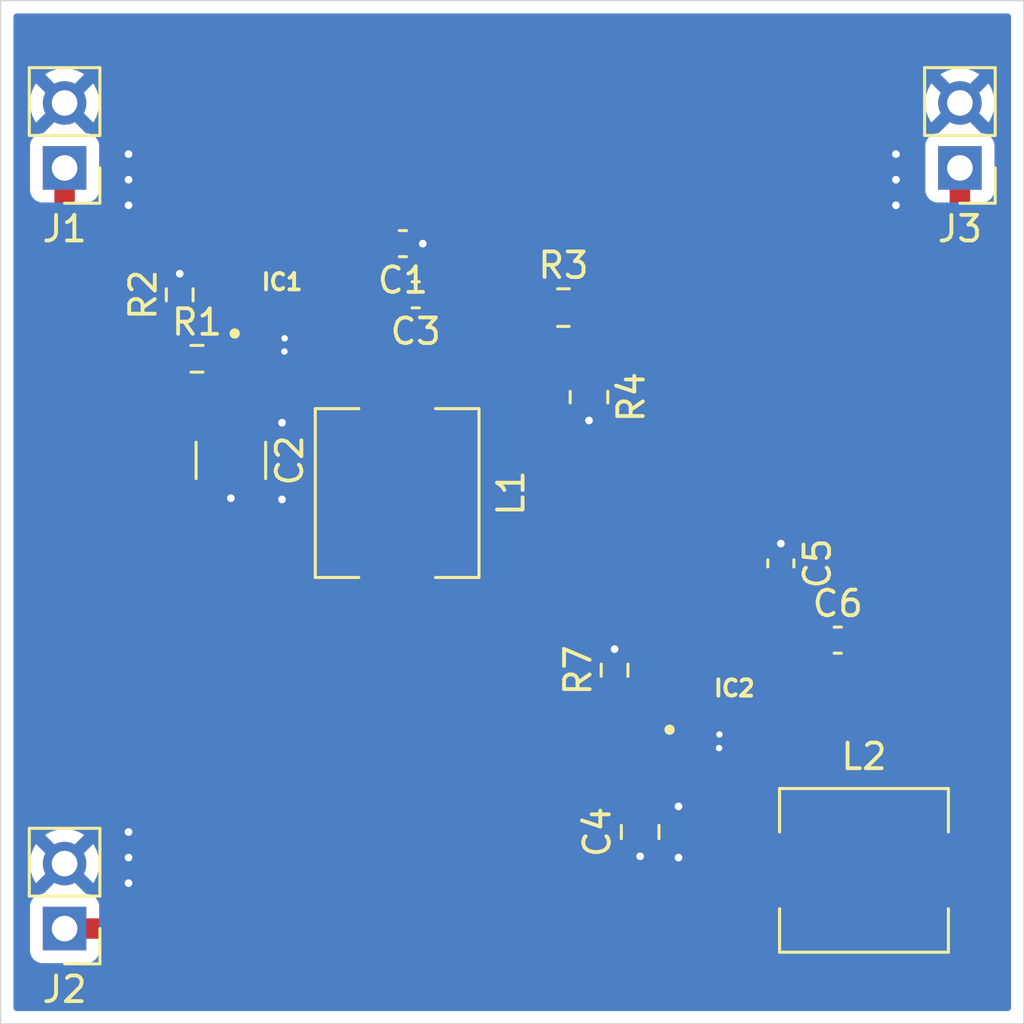
<source format=kicad_pcb>
(kicad_pcb (version 20241229) (generator "pcbnew") (generator_version "9.0")
  (layers (0 "F.Cu" signal) (2 "B.Cu" signal) (13 "F.Paste" user) (15 "B.Paste" user) (5 "F.SilkS" user "F.Silkscreen") (7 "B.SilkS" user "B.Silkscreen") (1 "F.Mask" user) (3 "B.Mask" user) (25 "Edge.Cuts" user))
  (net 0 "")
  (net 1 "Net-(IC1-VCC)")
  (net 2 "GND")
  (net 3 "Net-(IC1-VIN_1)")
  (net 4 "Net-(IC1-BOOT)")
  (net 5 "Net-(IC1-SW_1)")
  (net 6 "/12V")
  (net 7 "Net-(IC2-VCC)")
  (net 8 "Net-(IC2-BOOT)")
  (net 9 "Net-(IC2-SW_1)")
  (net 10 "Net-(IC1-RT_1)")
  (net 12 "Net-(IC1-FB_1)")
  (net 13 "Net-(IC1-EN{slash}UVLO)")
  (net 15 "/5V")
  (net 16 "Net-(IC2-RT_1)")
  (footprint "Inductor_SMD:L_6.3x6.3_H3" (layer "F.Cu") (at 150.75 88.5)
    (property "Reference" "L2" (at 0 -4.45 0) (layer "F.SilkS"))
    (property "Value" "10uH" (hide yes))
    (pad "1" smd rect (at -2.75 0) (size 1.5 2.4) (layers "F.Cu" "F.Mask" "F.Paste") (net 9 "Net-(IC2-SW_1)"))
    (pad "2" smd rect (at 2.75 0) (size 1.5 2.4) (layers "F.Cu" "F.Mask" "F.Paste") (net 15 "/5V"))
  )
  (footprint "Capacitor_SMD:C_0603_1608Metric" (layer "F.Cu") (at 149.725 79.5)
    (property "Reference" "C6" (at 0 -1.43 0) (layer "F.SilkS"))
    (property "Value" "0.1uF/50V" (hide yes))
    (pad "1" smd roundrect (at -0.775 0) (size 0.9 0.95) (layers "F.Cu" "F.Mask" "F.Paste") (net 8 "Net-(IC2-BOOT)"))
    (pad "2" smd roundrect (at 0.775 0) (size 0.9 0.95) (layers "F.Cu" "F.Mask" "F.Paste") (net 9 "Net-(IC2-SW_1)"))
  )
  (footprint "Capacitor_SMD:C_0805_2012Metric" (layer "F.Cu") (at 142 87 90)
    (property "Reference" "C4" (at 0 -1.68 90) (layer "F.SilkS"))
    (property "Value" "10uF/25V" (hide yes))
    (pad "1" smd roundrect (at -0.95 0 90) (size 1 1.45) (layers "F.Cu" "F.Mask" "F.Paste") (net 2 "GND"))
    (pad "2" smd roundrect (at 0.95 0 90) (size 1 1.45) (layers "F.Cu" "F.Mask" "F.Paste") (net 6 "/12V"))
  )
  (footprint "Resistor_SMD:R_0603_1608Metric" (layer "F.Cu") (at 141 80.675 90)
    (property "Reference" "R7" (at 0 -1.43 90) (layer "F.SilkS"))
    (property "Value" "100k" (hide yes))
    (pad "1" smd roundrect (at -0.825 0 90) (size 0.8 0.95) (layers "F.Cu" "F.Mask" "F.Paste") (net 16 "Net-(IC2-RT_1)"))
    (pad "2" smd roundrect (at 0.825 0 90) (size 0.8 0.95) (layers "F.Cu" "F.Mask" "F.Paste") (net 2 "GND"))
  )
  (footprint "Capacitor_SMD:C_1210_3225Metric" (layer "F.Cu") (at 126 72.475 -90)
    (property "Reference" "C2" (at 0 -2.3 90) (layer "F.SilkS"))
    (property "Value" "10uF/100V" (hide yes))
    (pad "1" smd roundrect (at -1.475 0 270) (size 1.15 2.7) (layers "F.Cu" "F.Mask" "F.Paste") (roundrect_rratio 0.217391) (net 3 "Net-(IC1-VIN_1)"))
    (pad "2" smd roundrect (at 1.475 0 270) (size 1.15 2.7) (layers "F.Cu" "F.Mask" "F.Paste") (roundrect_rratio 0.217391) (net 2 "GND"))
  )
  (footprint "Connector_PinHeader_2.54mm:PinHeader_1x02_P2.54mm_Vertical" (layer "F.Cu") (at 119.5 61.04 180)
    (property "Reference" "J1" (at 0 -2.38 0) (layer "F.SilkS"))
    (property "Value" "Conn_01x02" (hide yes))
    (pad "1" thru_hole rect (at 0 0 180) (size 1.7 1.7) (drill 1) (layers "*.Cu" "*.Mask") (net 3 "Net-(IC1-VIN_1)"))
    (pad "2" thru_hole circle (at 0 2.54 180) (size 1.7 1.7) (drill 1) (layers "*.Cu" "*.Mask") (net 2 "GND"))
  )
  (footprint "LMR36506R5RPER:CONV_LMR36503MSC5RPERQ1" (layer "F.Cu") (at 128.1 68.25)
    (property "Reference" "IC1" (at -0.1 -2.75 0) (layer "F.SilkS") (effects (font (size 0.64 0.64))))
    (property "Value" "LMR36506RFRPER" (hide yes))
    (pad "1" smd custom (at -0.9 -0.738) (size 0.1 0.1) (layers "F.Cu") (net 10 "Net-(IC1-RT_1)") (options (clearance outline) (anchor rect)) (primitives (gr_poly (pts (xy -0.3 -0.0625) (xy -0.3 0.063) (xy -0.3 0.065) (xy -0.3 0.068) (xy -0.299 0.07) (xy -0.299 0.073) (xy -0.298 0.075) (xy -0.298 0.078) (xy -0.297 0.08) (xy -0.296 0.083) (xy -0.295 0.085) (xy -0.293 0.088) (xy -0.292 0.09) (xy -0.29 0.092) (xy -0.289 0.094) (xy -0.287 0.096) (xy -0.285 0.098) (xy -0.283 0.1) (xy -0.281 0.101) (xy -0.279 0.103) (xy -0.277 0.104) (xy -0.275 0.106) (xy -0.273 0.107) (xy -0.27 0.108) (xy -0.268 0.109) (xy -0.265 0.11) (xy -0.263 0.111) (xy -0.26 0.111) (xy -0.258 0.112) (xy -0.255 0.112) (xy -0.253 0.112) (xy -0.25 0.113) (xy 0.4 0.113) (xy 0.403 0.112) (xy 0.405 0.112) (xy 0.408 0.112) (xy 0.41 0.111) (xy 0.413 0.111) (xy 0.415 0.11) (xy 0.418 0.109) (xy 0.42 0.108) (xy 0.423 0.107) (xy 0.425 0.106) (xy 0.427 0.104) (xy 0.429 0.103) (xy 0.431 0.101) (xy 0.433 0.1) (xy 0.435 0.098) (xy 0.437 0.096) (xy 0.439 0.094) (xy 0.44 0.092) (xy 0.442 0.09) (xy 0.443 0.088) (xy 0.445 0.085) (xy 0.446 0.083) (xy 0.447 0.08) (xy 0.448 0.078) (xy 0.448 0.075) (xy 0.449 0.073) (xy 0.449 0.07) (xy 0.45 0.068) (xy 0.45 0.065) (xy 0.45 0.063) (xy 0.45 -0.413) (xy 0.45 -0.415) (xy 0.45 -0.418) (xy 0.449 -0.42) (xy 0.449 -0.423) (xy 0.448 -0.425) (xy 0.448 -0.428) (xy 0.447 -0.43) (xy 0.446 -0.433) (xy 0.445 -0.435) (xy 0.443 -0.437) (xy 0.442 -0.44) (xy 0.44 -0.442) (xy 0.439 -0.444) (xy 0.437 -0.446) (xy 0.435 -0.448) (xy 0.433 -0.45) (xy 0.431 -0.451) (xy 0.429 -0.453) (xy 0.427 -0.454) (xy 0.425 -0.456) (xy 0.423 -0.457) (xy 0.42 -0.458) (xy 0.418 -0.459) (xy 0.415 -0.46) (xy 0.413 -0.461) (xy 0.41 -0.461) (xy 0.408 -0.462) (xy 0.405 -0.462) (xy 0.403 -0.462) (xy 0.4 -0.462) (xy 0.1 -0.462) (xy 0.097 -0.462) (xy 0.094 -0.461) (xy 0.091 -0.46) (xy 0.088 -0.459) (xy 0.085 -0.457) (xy 0.082 -0.456) (xy 0.079 -0.454) (xy 0.076 -0.452) (xy 0.073 -0.45) (xy 0.071 -0.448) (xy 0.068 -0.446) (xy 0.066 -0.443) (xy 0.064 -0.441) (xy 0.062 -0.438) (xy 0.06 -0.436) (xy 0.058 -0.433) (xy 0.056 -0.43) (xy 0.055 -0.427) (xy 0.053 -0.424) (xy 0.052 -0.421) (xy 0.051 -0.418) (xy 0.05 -0.414) (xy 0.05 -0.411) (xy 0.049 -0.408) (xy 0.049 -0.404) (xy 0.049 -0.401) (xy 0.049 -0.398) (xy 0.049 -0.394) (xy 0.049 -0.391) (xy 0.05 -0.387) (xy 0.05 -0.162) (xy 0.05 -0.16) (xy 0.05 -0.157) (xy 0.049 -0.155) (xy 0.049 -0.152) (xy 0.048 -0.15) (xy 0.048 -0.147) (xy 0.047 -0.145) (xy 0.046 -0.142) (xy 0.045 -0.14) (xy 0.043 -0.137) (xy 0.042 -0.135) (xy 0.04 -0.133) (xy 0.039 -0.131) (xy 0.037 -0.129) (xy 0.035 -0.127) (xy 0.033 -0.125) (xy 0.031 -0.124) (xy 0.029 -0.122) (xy 0.027 -0.121) (xy 0.025 -0.119) (xy 0.023 -0.118) (xy 0.02 -0.117) (xy 0.018 -0.116) (xy 0.015 -0.115) (xy 0.013 -0.114) (xy 0.01 -0.114) (xy 0.008 -0.113) (xy 0.005 -0.113) (xy 0.003 -0.113) (xy 0 -0.113) (xy -0.25 -0.113) (xy -0.253 -0.112) (xy -0.255 -0.112) (xy -0.258 -0.112) (xy -0.26 -0.111) (xy -0.263 -0.111) (xy -0.265 -0.11) (xy -0.268 -0.109) (xy -0.27 -0.108) (xy -0.273 -0.107) (xy -0.275 -0.106) (xy -0.277 -0.104) (xy -0.279 -0.103) (xy -0.281 -0.101) (xy -0.283 -0.1) (xy -0.285 -0.098) (xy -0.287 -0.096) (xy -0.289 -0.094) (xy -0.29 -0.092) (xy -0.292 -0.09) (xy -0.293 -0.088) (xy -0.295 -0.085) (xy -0.296 -0.083) (xy -0.297 -0.08) (xy -0.298 -0.078) (xy -0.298 -0.075) (xy -0.299 -0.073) (xy -0.299 -0.07) (xy -0.3 -0.068) (xy -0.3 -0.065) (xy -0.3 -0.062) (xy -0.3 -0.0625)) (width 0.01) (fill yes))))
    (pad "2" smd roundrect (at -0.9 -0.25) (size 0.6 0.25) (layers "F.Cu" "F.Paste") (roundrect_rratio 0.2))
    (pad "3" smd roundrect (at -0.9 0.25) (size 0.6 0.25) (layers "F.Cu" "F.Paste") (roundrect_rratio 0.2) (net 13 "Net-(IC1-EN{slash}UVLO)"))
    (pad "4" smd custom (at -0.9 0.738) (size 0.1 0.1) (layers "F.Cu") (net 3 "Net-(IC1-VIN_1)") (options (clearance outline) (anchor rect)) (primitives (gr_poly (pts (xy -0.25 -0.1125) (xy 0.35 -0.113) (xy 0.353 -0.112) (xy 0.355 -0.112) (xy 0.358 -0.112) (xy 0.36 -0.111) (xy 0.363 -0.111) (xy 0.365 -0.11) (xy 0.368 -0.109) (xy 0.37 -0.108) (xy 0.373 -0.107) (xy 0.375 -0.106) (xy 0.377 -0.104) (xy 0.379 -0.103) (xy 0.381 -0.101) (xy 0.383 -0.1) (xy 0.385 -0.098) (xy 0.387 -0.096) (xy 0.389 -0.094) (xy 0.39 -0.092) (xy 0.392 -0.09) (xy 0.393 -0.088) (xy 0.395 -0.085) (xy 0.396 -0.083) (xy 0.397 -0.08) (xy 0.398 -0.078) (xy 0.398 -0.075) (xy 0.399 -0.073) (xy 0.399 -0.07) (xy 0.4 -0.068) (xy 0.4 -0.065) (xy 0.4 -0.063) (xy 0.4 0.413) (xy 0.4 0.415) (xy 0.4 0.418) (xy 0.399 0.42) (xy 0.399 0.423) (xy 0.398 0.425) (xy 0.398 0.428) (xy 0.397 0.43) (xy 0.396 0.433) (xy 0.395 0.435) (xy 0.393 0.437) (xy 0.392 0.44) (xy 0.39 0.442) (xy 0.389 0.444) (xy 0.387 0.446) (xy 0.385 0.448) (xy 0.383 0.45) (xy 0.381 0.451) (xy 0.379 0.453) (xy 0.377 0.454) (xy 0.375 0.456) (xy 0.373 0.457) (xy 0.37 0.458) (xy 0.368 0.459) (xy 0.365 0.46) (xy 0.363 0.461) (xy 0.36 0.461) (xy 0.358 0.462) (xy 0.355 0.462) (xy 0.353 0.462) (xy 0.35 0.462) (xy 0.1 0.462) (xy 0.097 0.462) (xy 0.095 0.462) (xy 0.092 0.462) (xy 0.09 0.461) (xy 0.087 0.461) (xy 0.085 0.46) (xy 0.082 0.459) (xy 0.08 0.458) (xy 0.077 0.457) (xy 0.075 0.456) (xy 0.073 0.454) (xy 0.071 0.453) (xy 0.069 0.451) (xy 0.067 0.45) (xy 0.065 0.448) (xy 0.063 0.446) (xy 0.061 0.444) (xy 0.06 0.442) (xy 0.058 0.44) (xy 0.057 0.437) (xy 0.055 0.435) (xy 0.054 0.433) (xy 0.053 0.43) (xy 0.052 0.428) (xy 0.052 0.425) (xy 0.051 0.423) (xy 0.051 0.42) (xy 0.05 0.418) (xy 0.05 0.415) (xy 0.05 0.413) (xy 0.05 0.162) (xy 0.05 0.16) (xy 0.05 0.157) (xy 0.049 0.155) (xy 0.049 0.152) (xy 0.048 0.15) (xy 0.048 0.147) (xy 0.047 0.145) (xy 0.046 0.142) (xy 0.045 0.14) (xy 0.043 0.137) (xy 0.042 0.135) (xy 0.04 0.133) (xy 0.039 0.131) (xy 0.037 0.129) (xy 0.035 0.127) (xy 0.033 0.125) (xy 0.031 0.124) (xy 0.029 0.122) (xy 0.027 0.121) (xy 0.025 0.119) (xy 0.023 0.118) (xy 0.02 0.117) (xy 0.018 0.116) (xy 0.015 0.115) (xy 0.013 0.114) (xy 0.01 0.114) (xy 0.008 0.113) (xy 0.005 0.113) (xy 0.003 0.113) (xy 0 0.113) (xy -0.25 0.113) (xy -0.253 0.112) (xy -0.255 0.112) (xy -0.258 0.112) (xy -0.26 0.111) (xy -0.263 0.111) (xy -0.265 0.11) (xy -0.268 0.109) (xy -0.27 0.108) (xy -0.273 0.107) (xy -0.275 0.106) (xy -0.277 0.104) (xy -0.279 0.103) (xy -0.281 0.101) (xy -0.283 0.1) (xy -0.285 0.098) (xy -0.287 0.096) (xy -0.289 0.094) (xy -0.29 0.092) (xy -0.292 0.09) (xy -0.293 0.088) (xy -0.295 0.085) (xy -0.296 0.083) (xy -0.297 0.08) (xy -0.298 0.078) (xy -0.298 0.075) (xy -0.299 0.073) (xy -0.299 0.07) (xy -0.3 0.068) (xy -0.3 0.065) (xy -0.3 0.062) (xy -0.3 -0.063) (xy -0.3 -0.065) (xy -0.3 -0.068) (xy -0.299 -0.07) (xy -0.299 -0.073) (xy -0.298 -0.075) (xy -0.298 -0.078) (xy -0.297 -0.08) (xy -0.296 -0.083) (xy -0.295 -0.085) (xy -0.293 -0.088) (xy -0.292 -0.09) (xy -0.29 -0.092) (xy -0.289 -0.094) (xy -0.287 -0.096) (xy -0.285 -0.098) (xy -0.283 -0.1) (xy -0.281 -0.101) (xy -0.279 -0.103) (xy -0.277 -0.104) (xy -0.275 -0.106) (xy -0.273 -0.107) (xy -0.27 -0.108) (xy -0.268 -0.109) (xy -0.265 -0.11) (xy -0.263 -0.111) (xy -0.26 -0.111) (xy -0.258 -0.112) (xy -0.255 -0.112) (xy -0.253 -0.112) (xy -0.25 -0.113) (xy -0.25 -0.1125)) (width 0.01) (fill yes))))
    (pad "5" smd custom (at 0.9 0.738) (size 0.1 0.1) (layers "F.Cu") (net 5 "Net-(IC1-SW_1)") (options (clearance outline) (anchor rect)) (primitives (gr_poly (pts (xy -0.35 -0.1125) (xy 0.25 -0.113) (xy 0.253 -0.112) (xy 0.255 -0.112) (xy 0.258 -0.112) (xy 0.26 -0.111) (xy 0.263 -0.111) (xy 0.265 -0.11) (xy 0.268 -0.109) (xy 0.27 -0.108) (xy 0.273 -0.107) (xy 0.275 -0.106) (xy 0.277 -0.104) (xy 0.279 -0.103) (xy 0.281 -0.101) (xy 0.283 -0.1) (xy 0.285 -0.098) (xy 0.287 -0.096) (xy 0.289 -0.094) (xy 0.29 -0.092) (xy 0.292 -0.09) (xy 0.293 -0.088) (xy 0.295 -0.085) (xy 0.296 -0.083) (xy 0.297 -0.08) (xy 0.298 -0.078) (xy 0.298 -0.075) (xy 0.299 -0.073) (xy 0.299 -0.07) (xy 0.3 -0.068) (xy 0.3 -0.065) (xy 0.3 -0.063) (xy 0.3 0.062) (xy 0.3 0.065) (xy 0.3 0.068) (xy 0.299 0.07) (xy 0.299 0.073) (xy 0.298 0.075) (xy 0.298 0.078) (xy 0.297 0.08) (xy 0.296 0.083) (xy 0.295 0.085) (xy 0.293 0.088) (xy 0.292 0.09) (xy 0.29 0.092) (xy 0.289 0.094) (xy 0.287 0.096) (xy 0.285 0.098) (xy 0.283 0.1) (xy 0.281 0.101) (xy 0.279 0.103) (xy 0.277 0.104) (xy 0.275 0.106) (xy 0.273 0.107) (xy 0.27 0.108) (xy 0.268 0.109) (xy 0.265 0.11) (xy 0.263 0.111) (xy 0.26 0.111) (xy 0.258 0.112) (xy 0.255 0.112) (xy 0.253 0.112) (xy 0.25 0.113) (xy 0 0.113) (xy -0.003 0.113) (xy -0.005 0.113) (xy -0.008 0.113) (xy -0.01 0.114) (xy -0.013 0.114) (xy -0.015 0.115) (xy -0.018 0.116) (xy -0.02 0.117) (xy -0.023 0.118) (xy -0.025 0.119) (xy -0.027 0.121) (xy -0.029 0.122) (xy -0.031 0.124) (xy -0.033 0.125) (xy -0.035 0.127) (xy -0.037 0.129) (xy -0.039 0.131) (xy -0.04 0.133) (xy -0.042 0.135) (xy -0.043 0.137) (xy -0.045 0.14) (xy -0.046 0.142) (xy -0.047 0.145) (xy -0.048 0.147) (xy -0.048 0.15) (xy -0.049 0.152) (xy -0.049 0.155) (xy -0.05 0.157) (xy -0.05 0.16) (xy -0.05 0.162) (xy -0.05 0.413) (xy -0.05 0.415) (xy -0.05 0.418) (xy -0.051 0.42) (xy -0.051 0.423) (xy -0.052 0.425) (xy -0.052 0.428) (xy -0.053 0.43) (xy -0.054 0.433) (xy -0.055 0.435) (xy -0.057 0.437) (xy -0.058 0.44) (xy -0.06 0.442) (xy -0.061 0.444) (xy -0.063 0.446) (xy -0.065 0.448) (xy -0.067 0.45) (xy -0.069 0.451) (xy -0.071 0.453) (xy -0.073 0.454) (xy -0.075 0.456) (xy -0.077 0.457) (xy -0.08 0.458) (xy -0.082 0.459) (xy -0.085 0.46) (xy -0.087 0.461) (xy -0.09 0.461) (xy -0.092 0.462) (xy -0.095 0.462) (xy -0.097 0.462) (xy -0.1 0.462) (xy -0.35 0.462) (xy -0.353 0.462) (xy -0.355 0.462) (xy -0.358 0.462) (xy -0.36 0.461) (xy -0.363 0.461) (xy -0.365 0.46) (xy -0.368 0.459) (xy -0.37 0.458) (xy -0.373 0.457) (xy -0.375 0.456) (xy -0.377 0.454) (xy -0.379 0.453) (xy -0.381 0.451) (xy -0.383 0.45) (xy -0.385 0.448) (xy -0.387 0.446) (xy -0.389 0.444) (xy -0.39 0.442) (xy -0.392 0.44) (xy -0.393 0.437) (xy -0.395 0.435) (xy -0.396 0.433) (xy -0.397 0.43) (xy -0.398 0.428) (xy -0.398 0.425) (xy -0.399 0.423) (xy -0.399 0.42) (xy -0.4 0.418) (xy -0.4 0.415) (xy -0.4 0.413) (xy -0.4 -0.063) (xy -0.4 -0.065) (xy -0.4 -0.068) (xy -0.399 -0.07) (xy -0.399 -0.073) (xy -0.398 -0.075) (xy -0.398 -0.078) (xy -0.397 -0.08) (xy -0.396 -0.083) (xy -0.395 -0.085) (xy -0.393 -0.088) (xy -0.392 -0.09) (xy -0.39 -0.092) (xy -0.389 -0.094) (xy -0.387 -0.096) (xy -0.385 -0.098) (xy -0.383 -0.1) (xy -0.381 -0.101) (xy -0.379 -0.103) (xy -0.377 -0.104) (xy -0.375 -0.106) (xy -0.373 -0.107) (xy -0.37 -0.108) (xy -0.368 -0.109) (xy -0.365 -0.11) (xy -0.363 -0.111) (xy -0.36 -0.111) (xy -0.358 -0.112) (xy -0.355 -0.112) (xy -0.353 -0.112) (xy -0.35 -0.113) (xy -0.35 -0.1125)) (width 0.01) (fill yes))))
    (pad "6" smd roundrect (at 0.9 0.25) (size 0.6 0.25) (layers "F.Cu" "F.Paste") (roundrect_rratio 0.2) (net 4 "Net-(IC1-BOOT)"))
    (pad "7" smd roundrect (at 0.9 -0.25) (size 0.6 0.25) (layers "F.Cu" "F.Paste") (roundrect_rratio 0.2) (net 1 "Net-(IC1-VCC)"))
    (pad "8" smd custom (at 0.9 -0.738) (size 0.1 0.1) (layers "F.Cu") (net 12 "Net-(IC1-FB_1)") (options (clearance outline) (anchor rect)) (primitives (gr_poly (pts (xy -0.45 -0.4125) (xy -0.45 0.063) (xy -0.45 0.065) (xy -0.45 0.068) (xy -0.449 0.07) (xy -0.449 0.073) (xy -0.448 0.075) (xy -0.448 0.078) (xy -0.447 0.08) (xy -0.446 0.083) (xy -0.445 0.085) (xy -0.443 0.088) (xy -0.442 0.09) (xy -0.44 0.092) (xy -0.439 0.094) (xy -0.437 0.096) (xy -0.435 0.098) (xy -0.433 0.1) (xy -0.431 0.101) (xy -0.429 0.103) (xy -0.427 0.104) (xy -0.425 0.106) (xy -0.423 0.107) (xy -0.42 0.108) (xy -0.418 0.109) (xy -0.415 0.11) (xy -0.413 0.111) (xy -0.41 0.111) (xy -0.408 0.112) (xy -0.405 0.112) (xy -0.403 0.112) (xy -0.4 0.113) (xy 0.25 0.113) (xy 0.253 0.112) (xy 0.255 0.112) (xy 0.258 0.112) (xy 0.26 0.111) (xy 0.263 0.111) (xy 0.265 0.11) (xy 0.268 0.109) (xy 0.27 0.108) (xy 0.273 0.107) (xy 0.275 0.106) (xy 0.277 0.104) (xy 0.279 0.103) (xy 0.281 0.101) (xy 0.283 0.1) (xy 0.285 0.098) (xy 0.287 0.096) (xy 0.289 0.094) (xy 0.29 0.092) (xy 0.292 0.09) (xy 0.293 0.088) (xy 0.295 0.085) (xy 0.296 0.083) (xy 0.297 0.08) (xy 0.298 0.078) (xy 0.298 0.075) (xy 0.299 0.073) (xy 0.299 0.07) (xy 0.3 0.068) (xy 0.3 0.065) (xy 0.3 0.063) (xy 0.3 -0.062) (xy 0.3 -0.065) (xy 0.3 -0.068) (xy 0.299 -0.07) (xy 0.299 -0.073) (xy 0.298 -0.075) (xy 0.298 -0.078) (xy 0.297 -0.08) (xy 0.296 -0.083) (xy 0.295 -0.085) (xy 0.293 -0.088) (xy 0.292 -0.09) (xy 0.29 -0.092) (xy 0.289 -0.094) (xy 0.287 -0.096) (xy 0.285 -0.098) (xy 0.283 -0.1) (xy 0.281 -0.101) (xy 0.279 -0.103) (xy 0.277 -0.104) (xy 0.275 -0.106) (xy 0.273 -0.107) (xy 0.27 -0.108) (xy 0.268 -0.109) (xy 0.265 -0.11) (xy 0.263 -0.111) (xy 0.26 -0.111) (xy 0.258 -0.112) (xy 0.255 -0.112) (xy 0.253 -0.112) (xy 0.25 -0.113) (xy 0 -0.113) (xy -0.003 -0.113) (xy -0.005 -0.113) (xy -0.008 -0.113) (xy -0.01 -0.114) (xy -0.013 -0.114) (xy -0.015 -0.115) (xy -0.018 -0.116) (xy -0.02 -0.117) (xy -0.023 -0.118) (xy -0.025 -0.119) (xy -0.027 -0.121) (xy -0.029 -0.122) (xy -0.031 -0.124) (xy -0.033 -0.125) (xy -0.035 -0.127) (xy -0.037 -0.129) (xy -0.039 -0.131) (xy -0.04 -0.133) (xy -0.042 -0.135) (xy -0.043 -0.137) (xy -0.045 -0.14) (xy -0.046 -0.142) (xy -0.047 -0.145) (xy -0.048 -0.147) (xy -0.048 -0.15) (xy -0.049 -0.152) (xy -0.049 -0.155) (xy -0.05 -0.157) (xy -0.05 -0.16) (xy -0.05 -0.162) (xy -0.05 -0.413) (xy -0.05 -0.415) (xy -0.05 -0.418) (xy -0.051 -0.42) (xy -0.051 -0.423) (xy -0.052 -0.425) (xy -0.052 -0.428) (xy -0.053 -0.43) (xy -0.054 -0.433) (xy -0.055 -0.435) (xy -0.057 -0.437) (xy -0.058 -0.44) (xy -0.06 -0.442) (xy -0.061 -0.444) (xy -0.063 -0.446) (xy -0.065 -0.448) (xy -0.067 -0.45) (xy -0.069 -0.451) (xy -0.071 -0.453) (xy -0.073 -0.454) (xy -0.075 -0.456) (xy -0.077 -0.457) (xy -0.08 -0.458) (xy -0.082 -0.459) (xy -0.085 -0.46) (xy -0.087 -0.461) (xy -0.09 -0.461) (xy -0.092 -0.462) (xy -0.095 -0.462) (xy -0.097 -0.462) (xy -0.1 -0.462) (xy -0.4 -0.462) (xy -0.403 -0.462) (xy -0.405 -0.462) (xy -0.408 -0.462) (xy -0.41 -0.461) (xy -0.413 -0.461) (xy -0.415 -0.46) (xy -0.418 -0.459) (xy -0.42 -0.458) (xy -0.423 -0.457) (xy -0.425 -0.456) (xy -0.427 -0.454) (xy -0.429 -0.453) (xy -0.431 -0.451) (xy -0.433 -0.45) (xy -0.435 -0.448) (xy -0.437 -0.446) (xy -0.439 -0.444) (xy -0.44 -0.442) (xy -0.442 -0.44) (xy -0.443 -0.437) (xy -0.445 -0.435) (xy -0.446 -0.433) (xy -0.447 -0.43) (xy -0.448 -0.428) (xy -0.448 -0.425) (xy -0.449 -0.423) (xy -0.449 -0.42) (xy -0.45 -0.418) (xy -0.45 -0.415) (xy -0.45 -0.413) (xy -0.45 -0.4125)) (width 0.01) (fill yes))))
    (pad "9" smd roundrect (at 0 -0.55) (size 0.35 1.3) (layers "F.Cu") (roundrect_rratio 0.135) (net 2 "GND"))
  )
  (footprint "Connector_PinHeader_2.54mm:PinHeader_1x02_P2.54mm_Vertical" (layer "F.Cu") (at 154.5 61.04 180)
    (property "Reference" "J3" (at 0 -2.38 0) (layer "F.SilkS"))
    (property "Value" "Conn_01x02" (hide yes))
    (pad "1" thru_hole rect (at 0 0 180) (size 1.7 1.7) (drill 1) (layers "*.Cu" "*.Mask") (net 15 "/5V"))
    (pad "2" thru_hole circle (at 0 2.54 180) (size 1.7 1.7) (drill 1) (layers "*.Cu" "*.Mask") (net 2 "GND"))
  )
  (footprint "Capacitor_SMD:C_0603_1608Metric" (layer "F.Cu") (at 133.225 66 180)
    (property "Reference" "C3" (at 0 -1.43 0) (layer "F.SilkS"))
    (property "Value" "0.1uF/50V" (hide yes))
    (pad "1" smd roundrect (at -0.775 0 180) (size 0.9 0.95) (layers "F.Cu" "F.Mask" "F.Paste") (net 5 "Net-(IC1-SW_1)"))
    (pad "2" smd roundrect (at 0.775 0 180) (size 0.9 0.95) (layers "F.Cu" "F.Mask" "F.Paste") (net 4 "Net-(IC1-BOOT)"))
  )
  (footprint "Resistor_SMD:R_0805_2012Metric" (layer "F.Cu") (at 140 70 -90)
    (property "Reference" "R4" (at 0 -1.65 90) (layer "F.SilkS"))
    (property "Value" "10k" (hide yes))
    (pad "1" smd roundrect (at -0.9125 0 270) (size 1.025 1.4) (layers "F.Cu" "F.Mask" "F.Paste") (roundrect_rratio 0.243902) (net 12 "Net-(IC1-FB_1)"))
    (pad "2" smd roundrect (at 0.9125 0 270) (size 1.025 1.4) (layers "F.Cu" "F.Mask" "F.Paste") (roundrect_rratio 0.243902) (net 2 "GND"))
  )
  (footprint "Capacitor_SMD:C_0603_1608Metric" (layer "F.Cu") (at 147.5 76.5 -90)
    (property "Reference" "C5" (at 0 -1.43 90) (layer "F.SilkS"))
    (property "Value" "1uF/16V" (hide yes))
    (pad "1" smd roundrect (at -0.775 0 270) (size 0.9 0.95) (layers "F.Cu" "F.Mask" "F.Paste") (net 2 "GND"))
    (pad "2" smd roundrect (at 0.775 0 270) (size 0.9 0.95) (layers "F.Cu" "F.Mask" "F.Paste") (net 7 "Net-(IC2-VCC)"))
  )
  (footprint "LMR36506R5RPER:CONV_LMR36503MSC5RPERQ1" (layer "F.Cu") (at 145.1 83.738)
    (property "Reference" "IC2" (at 0.582 -2.3564 0) (layer "F.SilkS") (effects (font (size 0.64 0.64))))
    (property "Value" "LMR36506R5RPER" (hide yes))
    (pad "1" smd custom (at -0.9 -0.738) (size 0.1 0.1) (layers "F.Cu") (net 16 "Net-(IC2-RT_1)") (options (clearance outline) (anchor rect)) (primitives (gr_poly (pts (xy -0.3 -0.0625) (xy -0.3 0.063) (xy -0.3 0.065) (xy -0.3 0.068) (xy -0.299 0.07) (xy -0.299 0.073) (xy -0.298 0.075) (xy -0.298 0.078) (xy -0.297 0.08) (xy -0.296 0.083) (xy -0.295 0.085) (xy -0.293 0.088) (xy -0.292 0.09) (xy -0.29 0.092) (xy -0.289 0.094) (xy -0.287 0.096) (xy -0.285 0.098) (xy -0.283 0.1) (xy -0.281 0.101) (xy -0.279 0.103) (xy -0.277 0.104) (xy -0.275 0.106) (xy -0.273 0.107) (xy -0.27 0.108) (xy -0.268 0.109) (xy -0.265 0.11) (xy -0.263 0.111) (xy -0.26 0.111) (xy -0.258 0.112) (xy -0.255 0.112) (xy -0.253 0.112) (xy -0.25 0.113) (xy 0.4 0.113) (xy 0.403 0.112) (xy 0.405 0.112) (xy 0.408 0.112) (xy 0.41 0.111) (xy 0.413 0.111) (xy 0.415 0.11) (xy 0.418 0.109) (xy 0.42 0.108) (xy 0.423 0.107) (xy 0.425 0.106) (xy 0.427 0.104) (xy 0.429 0.103) (xy 0.431 0.101) (xy 0.433 0.1) (xy 0.435 0.098) (xy 0.437 0.096) (xy 0.439 0.094) (xy 0.44 0.092) (xy 0.442 0.09) (xy 0.443 0.088) (xy 0.445 0.085) (xy 0.446 0.083) (xy 0.447 0.08) (xy 0.448 0.078) (xy 0.448 0.075) (xy 0.449 0.073) (xy 0.449 0.07) (xy 0.45 0.068) (xy 0.45 0.065) (xy 0.45 0.063) (xy 0.45 -0.413) (xy 0.45 -0.415) (xy 0.45 -0.418) (xy 0.449 -0.42) (xy 0.449 -0.423) (xy 0.448 -0.425) (xy 0.448 -0.428) (xy 0.447 -0.43) (xy 0.446 -0.433) (xy 0.445 -0.435) (xy 0.443 -0.437) (xy 0.442 -0.44) (xy 0.44 -0.442) (xy 0.439 -0.444) (xy 0.437 -0.446) (xy 0.435 -0.448) (xy 0.433 -0.45) (xy 0.431 -0.451) (xy 0.429 -0.453) (xy 0.427 -0.454) (xy 0.425 -0.456) (xy 0.423 -0.457) (xy 0.42 -0.458) (xy 0.418 -0.459) (xy 0.415 -0.46) (xy 0.413 -0.461) (xy 0.41 -0.461) (xy 0.408 -0.462) (xy 0.405 -0.462) (xy 0.403 -0.462) (xy 0.4 -0.462) (xy 0.1 -0.462) (xy 0.097 -0.462) (xy 0.094 -0.461) (xy 0.091 -0.46) (xy 0.088 -0.459) (xy 0.085 -0.457) (xy 0.082 -0.456) (xy 0.079 -0.454) (xy 0.076 -0.452) (xy 0.073 -0.45) (xy 0.071 -0.448) (xy 0.068 -0.446) (xy 0.066 -0.443) (xy 0.064 -0.441) (xy 0.062 -0.438) (xy 0.06 -0.436) (xy 0.058 -0.433) (xy 0.056 -0.43) (xy 0.055 -0.427) (xy 0.053 -0.424) (xy 0.052 -0.421) (xy 0.051 -0.418) (xy 0.05 -0.414) (xy 0.05 -0.411) (xy 0.049 -0.408) (xy 0.049 -0.404) (xy 0.049 -0.401) (xy 0.049 -0.398) (xy 0.049 -0.394) (xy 0.049 -0.391) (xy 0.05 -0.387) (xy 0.05 -0.162) (xy 0.05 -0.16) (xy 0.05 -0.157) (xy 0.049 -0.155) (xy 0.049 -0.152) (xy 0.048 -0.15) (xy 0.048 -0.147) (xy 0.047 -0.145) (xy 0.046 -0.142) (xy 0.045 -0.14) (xy 0.043 -0.137) (xy 0.042 -0.135) (xy 0.04 -0.133) (xy 0.039 -0.131) (xy 0.037 -0.129) (xy 0.035 -0.127) (xy 0.033 -0.125) (xy 0.031 -0.124) (xy 0.029 -0.122) (xy 0.027 -0.121) (xy 0.025 -0.119) (xy 0.023 -0.118) (xy 0.02 -0.117) (xy 0.018 -0.116) (xy 0.015 -0.115) (xy 0.013 -0.114) (xy 0.01 -0.114) (xy 0.008 -0.113) (xy 0.005 -0.113) (xy 0.003 -0.113) (xy 0 -0.113) (xy -0.25 -0.113) (xy -0.253 -0.112) (xy -0.255 -0.112) (xy -0.258 -0.112) (xy -0.26 -0.111) (xy -0.263 -0.111) (xy -0.265 -0.11) (xy -0.268 -0.109) (xy -0.27 -0.108) (xy -0.273 -0.107) (xy -0.275 -0.106) (xy -0.277 -0.104) (xy -0.279 -0.103) (xy -0.281 -0.101) (xy -0.283 -0.1) (xy -0.285 -0.098) (xy -0.287 -0.096) (xy -0.289 -0.094) (xy -0.29 -0.092) (xy -0.292 -0.09) (xy -0.293 -0.088) (xy -0.295 -0.085) (xy -0.296 -0.083) (xy -0.297 -0.08) (xy -0.298 -0.078) (xy -0.298 -0.075) (xy -0.299 -0.073) (xy -0.299 -0.07) (xy -0.3 -0.068) (xy -0.3 -0.065) (xy -0.3 -0.062) (xy -0.3 -0.0625)) (width 0.01) (fill yes))))
    (pad "2" smd roundrect (at -0.9 -0.25) (size 0.6 0.25) (layers "F.Cu" "F.Paste") (roundrect_rratio 0.2))
    (pad "3" smd roundrect (at -0.9 0.25) (size 0.6 0.25) (layers "F.Cu" "F.Paste") (roundrect_rratio 0.2) (net 6 "/12V"))
    (pad "4" smd custom (at -0.9 0.738) (size 0.1 0.1) (layers "F.Cu") (net 6 "/12V") (options (clearance outline) (anchor rect)) (primitives (gr_poly (pts (xy -0.25 -0.1125) (xy 0.35 -0.113) (xy 0.353 -0.112) (xy 0.355 -0.112) (xy 0.358 -0.112) (xy 0.36 -0.111) (xy 0.363 -0.111) (xy 0.365 -0.11) (xy 0.368 -0.109) (xy 0.37 -0.108) (xy 0.373 -0.107) (xy 0.375 -0.106) (xy 0.377 -0.104) (xy 0.379 -0.103) (xy 0.381 -0.101) (xy 0.383 -0.1) (xy 0.385 -0.098) (xy 0.387 -0.096) (xy 0.389 -0.094) (xy 0.39 -0.092) (xy 0.392 -0.09) (xy 0.393 -0.088) (xy 0.395 -0.085) (xy 0.396 -0.083) (xy 0.397 -0.08) (xy 0.398 -0.078) (xy 0.398 -0.075) (xy 0.399 -0.073) (xy 0.399 -0.07) (xy 0.4 -0.068) (xy 0.4 -0.065) (xy 0.4 -0.063) (xy 0.4 0.413) (xy 0.4 0.415) (xy 0.4 0.418) (xy 0.399 0.42) (xy 0.399 0.423) (xy 0.398 0.425) (xy 0.398 0.428) (xy 0.397 0.43) (xy 0.396 0.433) (xy 0.395 0.435) (xy 0.393 0.437) (xy 0.392 0.44) (xy 0.39 0.442) (xy 0.389 0.444) (xy 0.387 0.446) (xy 0.385 0.448) (xy 0.383 0.45) (xy 0.381 0.451) (xy 0.379 0.453) (xy 0.377 0.454) (xy 0.375 0.456) (xy 0.373 0.457) (xy 0.37 0.458) (xy 0.368 0.459) (xy 0.365 0.46) (xy 0.363 0.461) (xy 0.36 0.461) (xy 0.358 0.462) (xy 0.355 0.462) (xy 0.353 0.462) (xy 0.35 0.462) (xy 0.1 0.462) (xy 0.097 0.462) (xy 0.095 0.462) (xy 0.092 0.462) (xy 0.09 0.461) (xy 0.087 0.461) (xy 0.085 0.46) (xy 0.082 0.459) (xy 0.08 0.458) (xy 0.077 0.457) (xy 0.075 0.456) (xy 0.073 0.454) (xy 0.071 0.453) (xy 0.069 0.451) (xy 0.067 0.45) (xy 0.065 0.448) (xy 0.063 0.446) (xy 0.061 0.444) (xy 0.06 0.442) (xy 0.058 0.44) (xy 0.057 0.437) (xy 0.055 0.435) (xy 0.054 0.433) (xy 0.053 0.43) (xy 0.052 0.428) (xy 0.052 0.425) (xy 0.051 0.423) (xy 0.051 0.42) (xy 0.05 0.418) (xy 0.05 0.415) (xy 0.05 0.413) (xy 0.05 0.162) (xy 0.05 0.16) (xy 0.05 0.157) (xy 0.049 0.155) (xy 0.049 0.152) (xy 0.048 0.15) (xy 0.048 0.147) (xy 0.047 0.145) (xy 0.046 0.142) (xy 0.045 0.14) (xy 0.043 0.137) (xy 0.042 0.135) (xy 0.04 0.133) (xy 0.039 0.131) (xy 0.037 0.129) (xy 0.035 0.127) (xy 0.033 0.125) (xy 0.031 0.124) (xy 0.029 0.122) (xy 0.027 0.121) (xy 0.025 0.119) (xy 0.023 0.118) (xy 0.02 0.117) (xy 0.018 0.116) (xy 0.015 0.115) (xy 0.013 0.114) (xy 0.01 0.114) (xy 0.008 0.113) (xy 0.005 0.113) (xy 0.003 0.113) (xy 0 0.113) (xy -0.25 0.113) (xy -0.253 0.112) (xy -0.255 0.112) (xy -0.258 0.112) (xy -0.26 0.111) (xy -0.263 0.111) (xy -0.265 0.11) (xy -0.268 0.109) (xy -0.27 0.108) (xy -0.273 0.107) (xy -0.275 0.106) (xy -0.277 0.104) (xy -0.279 0.103) (xy -0.281 0.101) (xy -0.283 0.1) (xy -0.285 0.098) (xy -0.287 0.096) (xy -0.289 0.094) (xy -0.29 0.092) (xy -0.292 0.09) (xy -0.293 0.088) (xy -0.295 0.085) (xy -0.296 0.083) (xy -0.297 0.08) (xy -0.298 0.078) (xy -0.298 0.075) (xy -0.299 0.073) (xy -0.299 0.07) (xy -0.3 0.068) (xy -0.3 0.065) (xy -0.3 0.062) (xy -0.3 -0.063) (xy -0.3 -0.065) (xy -0.3 -0.068) (xy -0.299 -0.07) (xy -0.299 -0.073) (xy -0.298 -0.075) (xy -0.298 -0.078) (xy -0.297 -0.08) (xy -0.296 -0.083) (xy -0.295 -0.085) (xy -0.293 -0.088) (xy -0.292 -0.09) (xy -0.29 -0.092) (xy -0.289 -0.094) (xy -0.287 -0.096) (xy -0.285 -0.098) (xy -0.283 -0.1) (xy -0.281 -0.101) (xy -0.279 -0.103) (xy -0.277 -0.104) (xy -0.275 -0.106) (xy -0.273 -0.107) (xy -0.27 -0.108) (xy -0.268 -0.109) (xy -0.265 -0.11) (xy -0.263 -0.111) (xy -0.26 -0.111) (xy -0.258 -0.112) (xy -0.255 -0.112) (xy -0.253 -0.112) (xy -0.25 -0.113) (xy -0.25 -0.1125)) (width 0.01) (fill yes))))
    (pad "5" smd custom (at 0.9 0.738) (size 0.1 0.1) (layers "F.Cu") (net 9 "Net-(IC2-SW_1)") (options (clearance outline) (anchor rect)) (primitives (gr_poly (pts (xy -0.35 -0.1125) (xy 0.25 -0.113) (xy 0.253 -0.112) (xy 0.255 -0.112) (xy 0.258 -0.112) (xy 0.26 -0.111) (xy 0.263 -0.111) (xy 0.265 -0.11) (xy 0.268 -0.109) (xy 0.27 -0.108) (xy 0.273 -0.107) (xy 0.275 -0.106) (xy 0.277 -0.104) (xy 0.279 -0.103) (xy 0.281 -0.101) (xy 0.283 -0.1) (xy 0.285 -0.098) (xy 0.287 -0.096) (xy 0.289 -0.094) (xy 0.29 -0.092) (xy 0.292 -0.09) (xy 0.293 -0.088) (xy 0.295 -0.085) (xy 0.296 -0.083) (xy 0.297 -0.08) (xy 0.298 -0.078) (xy 0.298 -0.075) (xy 0.299 -0.073) (xy 0.299 -0.07) (xy 0.3 -0.068) (xy 0.3 -0.065) (xy 0.3 -0.063) (xy 0.3 0.062) (xy 0.3 0.065) (xy 0.3 0.068) (xy 0.299 0.07) (xy 0.299 0.073) (xy 0.298 0.075) (xy 0.298 0.078) (xy 0.297 0.08) (xy 0.296 0.083) (xy 0.295 0.085) (xy 0.293 0.088) (xy 0.292 0.09) (xy 0.29 0.092) (xy 0.289 0.094) (xy 0.287 0.096) (xy 0.285 0.098) (xy 0.283 0.1) (xy 0.281 0.101) (xy 0.279 0.103) (xy 0.277 0.104) (xy 0.275 0.106) (xy 0.273 0.107) (xy 0.27 0.108) (xy 0.268 0.109) (xy 0.265 0.11) (xy 0.263 0.111) (xy 0.26 0.111) (xy 0.258 0.112) (xy 0.255 0.112) (xy 0.253 0.112) (xy 0.25 0.113) (xy 0 0.113) (xy -0.003 0.113) (xy -0.005 0.113) (xy -0.008 0.113) (xy -0.01 0.114) (xy -0.013 0.114) (xy -0.015 0.115) (xy -0.018 0.116) (xy -0.02 0.117) (xy -0.023 0.118) (xy -0.025 0.119) (xy -0.027 0.121) (xy -0.029 0.122) (xy -0.031 0.124) (xy -0.033 0.125) (xy -0.035 0.127) (xy -0.037 0.129) (xy -0.039 0.131) (xy -0.04 0.133) (xy -0.042 0.135) (xy -0.043 0.137) (xy -0.045 0.14) (xy -0.046 0.142) (xy -0.047 0.145) (xy -0.048 0.147) (xy -0.048 0.15) (xy -0.049 0.152) (xy -0.049 0.155) (xy -0.05 0.157) (xy -0.05 0.16) (xy -0.05 0.162) (xy -0.05 0.413) (xy -0.05 0.415) (xy -0.05 0.418) (xy -0.051 0.42) (xy -0.051 0.423) (xy -0.052 0.425) (xy -0.052 0.428) (xy -0.053 0.43) (xy -0.054 0.433) (xy -0.055 0.435) (xy -0.057 0.437) (xy -0.058 0.44) (xy -0.06 0.442) (xy -0.061 0.444) (xy -0.063 0.446) (xy -0.065 0.448) (xy -0.067 0.45) (xy -0.069 0.451) (xy -0.071 0.453) (xy -0.073 0.454) (xy -0.075 0.456) (xy -0.077 0.457) (xy -0.08 0.458) (xy -0.082 0.459) (xy -0.085 0.46) (xy -0.087 0.461) (xy -0.09 0.461) (xy -0.092 0.462) (xy -0.095 0.462) (xy -0.097 0.462) (xy -0.1 0.462) (xy -0.35 0.462) (xy -0.353 0.462) (xy -0.355 0.462) (xy -0.358 0.462) (xy -0.36 0.461) (xy -0.363 0.461) (xy -0.365 0.46) (xy -0.368 0.459) (xy -0.37 0.458) (xy -0.373 0.457) (xy -0.375 0.456) (xy -0.377 0.454) (xy -0.379 0.453) (xy -0.381 0.451) (xy -0.383 0.45) (xy -0.385 0.448) (xy -0.387 0.446) (xy -0.389 0.444) (xy -0.39 0.442) (xy -0.392 0.44) (xy -0.393 0.437) (xy -0.395 0.435) (xy -0.396 0.433) (xy -0.397 0.43) (xy -0.398 0.428) (xy -0.398 0.425) (xy -0.399 0.423) (xy -0.399 0.42) (xy -0.4 0.418) (xy -0.4 0.415) (xy -0.4 0.413) (xy -0.4 -0.063) (xy -0.4 -0.065) (xy -0.4 -0.068) (xy -0.399 -0.07) (xy -0.399 -0.073) (xy -0.398 -0.075) (xy -0.398 -0.078) (xy -0.397 -0.08) (xy -0.396 -0.083) (xy -0.395 -0.085) (xy -0.393 -0.088) (xy -0.392 -0.09) (xy -0.39 -0.092) (xy -0.389 -0.094) (xy -0.387 -0.096) (xy -0.385 -0.098) (xy -0.383 -0.1) (xy -0.381 -0.101) (xy -0.379 -0.103) (xy -0.377 -0.104) (xy -0.375 -0.106) (xy -0.373 -0.107) (xy -0.37 -0.108) (xy -0.368 -0.109) (xy -0.365 -0.11) (xy -0.363 -0.111) (xy -0.36 -0.111) (xy -0.358 -0.112) (xy -0.355 -0.112) (xy -0.353 -0.112) (xy -0.35 -0.113) (xy -0.35 -0.1125)) (width 0.01) (fill yes))))
    (pad "6" smd roundrect (at 0.9 0.25) (size 0.6 0.25) (layers "F.Cu" "F.Paste") (roundrect_rratio 0.2) (net 8 "Net-(IC2-BOOT)"))
    (pad "7" smd roundrect (at 0.9 -0.25) (size 0.6 0.25) (layers "F.Cu" "F.Paste") (roundrect_rratio 0.2) (net 7 "Net-(IC2-VCC)"))
    (pad "8" smd custom (at 0.9 -0.738) (size 0.1 0.1) (layers "F.Cu") (net 15 "/5V") (options (clearance outline) (anchor rect)) (primitives (gr_poly (pts (xy -0.45 -0.4125) (xy -0.45 0.063) (xy -0.45 0.065) (xy -0.45 0.068) (xy -0.449 0.07) (xy -0.449 0.073) (xy -0.448 0.075) (xy -0.448 0.078) (xy -0.447 0.08) (xy -0.446 0.083) (xy -0.445 0.085) (xy -0.443 0.088) (xy -0.442 0.09) (xy -0.44 0.092) (xy -0.439 0.094) (xy -0.437 0.096) (xy -0.435 0.098) (xy -0.433 0.1) (xy -0.431 0.101) (xy -0.429 0.103) (xy -0.427 0.104) (xy -0.425 0.106) (xy -0.423 0.107) (xy -0.42 0.108) (xy -0.418 0.109) (xy -0.415 0.11) (xy -0.413 0.111) (xy -0.41 0.111) (xy -0.408 0.112) (xy -0.405 0.112) (xy -0.403 0.112) (xy -0.4 0.113) (xy 0.25 0.113) (xy 0.253 0.112) (xy 0.255 0.112) (xy 0.258 0.112) (xy 0.26 0.111) (xy 0.263 0.111) (xy 0.265 0.11) (xy 0.268 0.109) (xy 0.27 0.108) (xy 0.273 0.107) (xy 0.275 0.106) (xy 0.277 0.104) (xy 0.279 0.103) (xy 0.281 0.101) (xy 0.283 0.1) (xy 0.285 0.098) (xy 0.287 0.096) (xy 0.289 0.094) (xy 0.29 0.092) (xy 0.292 0.09) (xy 0.293 0.088) (xy 0.295 0.085) (xy 0.296 0.083) (xy 0.297 0.08) (xy 0.298 0.078) (xy 0.298 0.075) (xy 0.299 0.073) (xy 0.299 0.07) (xy 0.3 0.068) (xy 0.3 0.065) (xy 0.3 0.063) (xy 0.3 -0.062) (xy 0.3 -0.065) (xy 0.3 -0.068) (xy 0.299 -0.07) (xy 0.299 -0.073) (xy 0.298 -0.075) (xy 0.298 -0.078) (xy 0.297 -0.08) (xy 0.296 -0.083) (xy 0.295 -0.085) (xy 0.293 -0.088) (xy 0.292 -0.09) (xy 0.29 -0.092) (xy 0.289 -0.094) (xy 0.287 -0.096) (xy 0.285 -0.098) (xy 0.283 -0.1) (xy 0.281 -0.101) (xy 0.279 -0.103) (xy 0.277 -0.104) (xy 0.275 -0.106) (xy 0.273 -0.107) (xy 0.27 -0.108) (xy 0.268 -0.109) (xy 0.265 -0.11) (xy 0.263 -0.111) (xy 0.26 -0.111) (xy 0.258 -0.112) (xy 0.255 -0.112) (xy 0.253 -0.112) (xy 0.25 -0.113) (xy 0 -0.113) (xy -0.003 -0.113) (xy -0.005 -0.113) (xy -0.008 -0.113) (xy -0.01 -0.114) (xy -0.013 -0.114) (xy -0.015 -0.115) (xy -0.018 -0.116) (xy -0.02 -0.117) (xy -0.023 -0.118) (xy -0.025 -0.119) (xy -0.027 -0.121) (xy -0.029 -0.122) (xy -0.031 -0.124) (xy -0.033 -0.125) (xy -0.035 -0.127) (xy -0.037 -0.129) (xy -0.039 -0.131) (xy -0.04 -0.133) (xy -0.042 -0.135) (xy -0.043 -0.137) (xy -0.045 -0.14) (xy -0.046 -0.142) (xy -0.047 -0.145) (xy -0.048 -0.147) (xy -0.048 -0.15) (xy -0.049 -0.152) (xy -0.049 -0.155) (xy -0.05 -0.157) (xy -0.05 -0.16) (xy -0.05 -0.162) (xy -0.05 -0.413) (xy -0.05 -0.415) (xy -0.05 -0.418) (xy -0.051 -0.42) (xy -0.051 -0.423) (xy -0.052 -0.425) (xy -0.052 -0.428) (xy -0.053 -0.43) (xy -0.054 -0.433) (xy -0.055 -0.435) (xy -0.057 -0.437) (xy -0.058 -0.44) (xy -0.06 -0.442) (xy -0.061 -0.444) (xy -0.063 -0.446) (xy -0.065 -0.448) (xy -0.067 -0.45) (xy -0.069 -0.451) (xy -0.071 -0.453) (xy -0.073 -0.454) (xy -0.075 -0.456) (xy -0.077 -0.457) (xy -0.08 -0.458) (xy -0.082 -0.459) (xy -0.085 -0.46) (xy -0.087 -0.461) (xy -0.09 -0.461) (xy -0.092 -0.462) (xy -0.095 -0.462) (xy -0.097 -0.462) (xy -0.1 -0.462) (xy -0.4 -0.462) (xy -0.403 -0.462) (xy -0.405 -0.462) (xy -0.408 -0.462) (xy -0.41 -0.461) (xy -0.413 -0.461) (xy -0.415 -0.46) (xy -0.418 -0.459) (xy -0.42 -0.458) (xy -0.423 -0.457) (xy -0.425 -0.456) (xy -0.427 -0.454) (xy -0.429 -0.453) (xy -0.431 -0.451) (xy -0.433 -0.45) (xy -0.435 -0.448) (xy -0.437 -0.446) (xy -0.439 -0.444) (xy -0.44 -0.442) (xy -0.442 -0.44) (xy -0.443 -0.437) (xy -0.445 -0.435) (xy -0.446 -0.433) (xy -0.447 -0.43) (xy -0.448 -0.428) (xy -0.448 -0.425) (xy -0.449 -0.423) (xy -0.449 -0.42) (xy -0.45 -0.418) (xy -0.45 -0.415) (xy -0.45 -0.413) (xy -0.45 -0.4125)) (width 0.01) (fill yes))))
    (pad "9" smd roundrect (at 0 -0.55) (size 0.35 1.3) (layers "F.Cu") (roundrect_rratio 0.135) (net 2 "GND"))
  )
  (footprint "Inductor_SMD:L_6.3x6.3_H3" (layer "F.Cu") (at 132.5 73.75 -90)
    (property "Reference" "L1" (at 0 -4.45 90) (layer "F.SilkS"))
    (property "Value" "15uH" (hide yes))
    (pad "1" smd rect (at -2.75 0 270) (size 1.5 2.4) (layers "F.Cu" "F.Mask" "F.Paste") (net 5 "Net-(IC1-SW_1)"))
    (pad "2" smd rect (at 2.75 0 270) (size 1.5 2.4) (layers "F.Cu" "F.Mask" "F.Paste") (net 6 "/12V"))
  )
  (footprint "Resistor_SMD:R_0603_1608Metric" (layer "F.Cu") (at 124 66 90)
    (property "Reference" "R2" (at 0 -1.43 90) (layer "F.SilkS"))
    (property "Value" "100k" (hide yes))
    (pad "1" smd roundrect (at -0.825 0 90) (size 0.8 0.95) (layers "F.Cu" "F.Mask" "F.Paste") (net 10 "Net-(IC1-RT_1)"))
    (pad "2" smd roundrect (at 0.825 0 90) (size 0.8 0.95) (layers "F.Cu" "F.Mask" "F.Paste") (net 2 "GND"))
  )
  (footprint "Resistor_SMD:R_0805_2012Metric" (layer "F.Cu") (at 139 66.5)
    (property "Reference" "R3" (at 0 -1.65 0) (layer "F.SilkS"))
    (property "Value" "110k" (hide yes))
    (pad "1" smd roundrect (at -0.9125 0) (size 1.025 1.4) (layers "F.Cu" "F.Mask" "F.Paste") (roundrect_rratio 0.243902) (net 6 "/12V"))
    (pad "2" smd roundrect (at 0.9125 0) (size 1.025 1.4) (layers "F.Cu" "F.Mask" "F.Paste") (roundrect_rratio 0.243902) (net 12 "Net-(IC1-FB_1)"))
  )
  (footprint "Capacitor_SMD:C_0603_1608Metric" (layer "F.Cu") (at 132.725 64 180)
    (property "Reference" "C1" (at 0 -1.43 0) (layer "F.SilkS"))
    (property "Value" "1uF/16V" (hide yes))
    (pad "1" smd roundrect (at -0.775 0 180) (size 0.9 0.95) (layers "F.Cu" "F.Mask" "F.Paste") (net 2 "GND"))
    (pad "2" smd roundrect (at 0.775 0 180) (size 0.9 0.95) (layers "F.Cu" "F.Mask" "F.Paste") (net 1 "Net-(IC1-VCC)"))
  )
  (footprint "Connector_PinHeader_2.54mm:PinHeader_1x02_P2.54mm_Vertical" (layer "F.Cu") (at 119.5 90.775 180)
    (property "Reference" "J2" (at 0 -2.38 0) (layer "F.SilkS"))
    (property "Value" "Conn_01x02" (hide yes))
    (pad "1" thru_hole rect (at 0 0 180) (size 1.7 1.7) (drill 1) (layers "*.Cu" "*.Mask") (net 6 "/12V"))
    (pad "2" thru_hole circle (at 0 2.54 180) (size 1.7 1.7) (drill 1) (layers "*.Cu" "*.Mask") (net 2 "GND"))
  )
  (footprint "Resistor_SMD:R_0603_1608Metric" (layer "F.Cu") (at 124.675 68.5)
    (property "Reference" "R1" (at 0 -1.43 0) (layer "F.SilkS"))
    (property "Value" "100k" (hide yes))
    (pad "1" smd roundrect (at -0.825 0) (size 0.8 0.95) (layers "F.Cu" "F.Mask" "F.Paste") (net 3 "Net-(IC1-VIN_1)"))
    (pad "2" smd roundrect (at 0.825 0) (size 0.8 0.95) (layers "F.Cu" "F.Mask" "F.Paste") (net 13 "Net-(IC1-EN{slash}UVLO)"))
  )
  (gr_rect (start 117 54.5) (end 157 94.5) (stroke (width 0.05)) (fill no) (layer "Edge.Cuts"))
  (segment (start 131.699 64.251) (end 131.95 64) (width 0.2) (layer "F.Cu") (net 1))
  (segment (start 129.341892 68) (end 131.699 65.642892) (width 0.2) (layer "F.Cu") (net 1))
  (segment (start 129 68) (end 129.341892 68) (width 0.2) (layer "F.Cu") (net 1))
  (segment (start 131.699 65.642892) (end 131.699 64.251) (width 0.2) (layer "F.Cu") (net 1))
  (via (at 145.1 83.188) (size 0.5) (drill 0.25) (layers "F.Cu" "B.Cu") (net 2))
  (via (at 140 70.9125) (size 0.6) (drill 0.3) (layers "F.Cu" "B.Cu") (net 2))
  (via (at 122 87) (size 0.6) (drill 0.3) (layers "F.Cu" "B.Cu") (net 2))
  (via (at 122 88) (size 0.6) (drill 0.3) (layers "F.Cu" "B.Cu") (net 2))
  (via (at 133.5 64) (size 0.6) (drill 0.3) (layers "F.Cu" "B.Cu") (net 2))
  (via (at 142 87.95) (size 0.6) (drill 0.3) (layers "F.Cu" "B.Cu") (net 2))
  (via (at 152 61.5) (size 0.6) (drill 0.3) (layers "F.Cu" "B.Cu") (net 2))
  (via (at 152 62.5) (size 0.6) (drill 0.3) (layers "F.Cu" "B.Cu") (net 2))
  (via (at 143.5 88) (size 0.6) (drill 0.3) (layers "F.Cu" "B.Cu") (net 2))
  (via (at 128 74) (size 0.6) (drill 0.3) (layers "F.Cu" "B.Cu") (net 2))
  (via (at 126 73.95) (size 0.6) (drill 0.3) (layers "F.Cu" "B.Cu") (net 2))
  (via (at 141 79.85) (size 0.6) (drill 0.3) (layers "F.Cu" "B.Cu") (net 2))
  (via (at 124 65.175) (size 0.6) (drill 0.3) (layers "F.Cu" "B.Cu") (net 2))
  (via (at 122 62.5) (size 0.6) (drill 0.3) (layers "F.Cu" "B.Cu") (net 2))
  (via (at 128.1 67.7) (size 0.5) (drill 0.25) (layers "F.Cu" "B.Cu") (net 2))
  (via (at 122 61.5) (size 0.6) (drill 0.3) (layers "F.Cu" "B.Cu") (net 2))
  (via (at 143.5 86) (size 0.6) (drill 0.3) (layers "F.Cu" "B.Cu") (net 2))
  (via (at 145.084424 83.720275) (size 0.5) (drill 0.25) (layers "F.Cu" "B.Cu") (net 2))
  (via (at 122 89) (size 0.6) (drill 0.3) (layers "F.Cu" "B.Cu") (net 2))
  (via (at 147.5 75.725) (size 0.6) (drill 0.3) (layers "F.Cu" "B.Cu") (net 2))
  (via (at 128.092072 68.216621) (size 0.5) (drill 0.25) (layers "F.Cu" "B.Cu") (net 2))
  (via (at 128 71) (size 0.6) (drill 0.3) (layers "F.Cu" "B.Cu") (net 2))
  (via (at 122 60.5) (size 0.6) (drill 0.3) (layers "F.Cu" "B.Cu") (net 2))
  (via (at 152 60.5) (size 0.6) (drill 0.3) (layers "F.Cu" "B.Cu") (net 2))
  (segment (start 119.5 72) (end 121 73.5) (width 0.8) (layer "F.Cu") (net 3))
  (segment (start 126 70.188) (end 126 71) (width 0.2) (layer "F.Cu") (net 3))
  (segment (start 123.5 73.5) (end 126 71) (width 0.8) (layer "F.Cu") (net 3))
  (segment (start 119.5 61.04) (end 119.5 72) (width 0.8) (layer "F.Cu") (net 3))
  (segment (start 123.85 68.85) (end 126 71) (width 0.2) (layer "F.Cu") (net 3))
  (segment (start 127.2 68.988) (end 126 70.188) (width 0.2) (layer "F.Cu") (net 3))
  (segment (start 123.85 68.5) (end 123.85 68.85) (width 0.2) (layer "F.Cu") (net 3))
  (segment (start 121 73.5) (end 123.5 73.5) (width 0.8) (layer "F.Cu") (net 3))
  (segment (start 129.95 68.5) (end 129 68.5) (width 0.2) (layer "F.Cu") (net 4))
  (segment (start 132.45 66) (end 129.95 68.5) (width 0.2) (layer "F.Cu") (net 4))
  (segment (start 131.012 68.988) (end 134 66) (width 0.2) (layer "F.Cu") (net 5))
  (segment (start 129 68.988) (end 130.488 68.988) (width 0.2) (layer "F.Cu") (net 5))
  (segment (start 130.488 68.988) (end 132.5 71) (width 0.2) (layer "F.Cu") (net 5))
  (segment (start 130.488 68.988) (end 131.012 68.988) (width 0.2) (layer "F.Cu") (net 5))
  (segment (start 144.5 63) (end 144.5 72.5) (width 0.8) (layer "F.Cu") (net 6))
  (segment (start 144.2 84.476) (end 143.574 84.476) (width 0.2) (layer "F.Cu") (net 6))
  (segment (start 140.5 76.5) (end 144.5 72.5) (width 0.8) (layer "F.Cu") (net 6))
  (segment (start 143.574 84.476) (end 142 86.05) (width 0.2) (layer "F.Cu") (net 6))
  (segment (start 132 82) (end 123.225 90.775) (width 0.8) (layer "F.Cu") (net 6))
  (segment (start 132.5 82) (end 132 82) (width 0.8) (layer "F.Cu") (net 6))
  (segment (start 144.5 63) (end 143 61.5) (width 0.8) (layer "F.Cu") (net 6))
  (segment (start 143 61.5) (end 140.5 61.5) (width 0.8) (layer "F.Cu") (net 6))
  (segment (start 132.5 82) (end 136.55 86.05) (width 0.8) (layer "F.Cu") (net 6))
  (segment (start 140.5 61.5) (end 138.0875 63.9125) (width 0.8) (layer "F.Cu") (net 6))
  (segment (start 136.55 86.05) (end 142 86.05) (width 0.8) (layer "F.Cu") (net 6))
  (segment (start 144.2 83.988) (end 144.2 84.476) (width 0.2) (layer "F.Cu") (net 6))
  (segment (start 138.0875 63.9125) (end 138.0875 66.5) (width 0.8) (layer "F.Cu") (net 6))
  (segment (start 132.5 76.5) (end 140.5 76.5) (width 0.8) (layer "F.Cu") (net 6))
  (segment (start 140.5 61.5) (end 141 61.5) (width 0.2) (layer "F.Cu") (net 6))
  (segment (start 123.225 90.775) (end 119.5 90.775) (width 0.8) (layer "F.Cu") (net 6))
  (segment (start 132.5 76.5) (end 132.5 82) (width 0.8) (layer "F.Cu") (net 6))
  (segment (start 147.5 77.275) (end 147.5 82.329892) (width 0.2) (layer "F.Cu") (net 7))
  (segment (start 146.341892 83.488) (end 146 83.488) (width 0.2) (layer "F.Cu") (net 7))
  (segment (start 147.5 82.329892) (end 146.341892 83.488) (width 0.2) (layer "F.Cu") (net 7))
  (segment (start 147.488 83.988) (end 146 83.988) (width 0.2) (layer "F.Cu") (net 8))
  (segment (start 148.95 79.5) (end 148.95 82.55) (width 0.2) (layer "F.Cu") (net 8))
  (segment (start 147.5 84) (end 147.488 83.988) (width 0.2) (layer "F.Cu") (net 8))
  (segment (start 148.95 82.55) (end 147.5 84) (width 0.2) (layer "F.Cu") (net 8))
  (segment (start 146 88) (end 146 86.5) (width 0.8) (layer "F.Cu") (net 9))
  (segment (start 146 84.476) (end 148.524 84.476) (width 0.2) (layer "F.Cu") (net 9))
  (segment (start 150.5 82.5) (end 150.5 79.5) (width 0.2) (layer "F.Cu") (net 9))
  (segment (start 148.524 84.476) (end 150.5 82.5) (width 0.2) (layer "F.Cu") (net 9))
  (segment (start 146 84.476) (end 146 86.5) (width 0.2) (layer "F.Cu") (net 9))
  (segment (start 146.5 88.5) (end 146 88) (width 0.8) (layer "F.Cu") (net 9))
  (segment (start 146.5 88.5) (end 148 88.5) (width 0.8) (layer "F.Cu") (net 9))
  (segment (start 124 67) (end 124.5 67.5) (width 0.2) (layer "F.Cu") (net 10))
  (segment (start 127.188 67.5) (end 127.2 67.512) (width 0.2) (layer "F.Cu") (net 10))
  (segment (start 124 66.825) (end 124 67) (width 0.2) (layer "F.Cu") (net 10))
  (segment (start 124.5 67.5) (end 127.188 67.5) (width 0.2) (layer "F.Cu") (net 10))
  (segment (start 139.9125 68) (end 139.9125 69) (width 0.8) (layer "F.Cu") (net 12))
  (segment (start 139.9125 66.5) (end 139.9125 68) (width 0.8) (layer "F.Cu") (net 12))
  (segment (start 136.5 67) (end 137.5 68) (width 0.2) (layer "F.Cu") (net 12))
  (segment (start 136.5 64.5) (end 136.5 67) (width 0.2) (layer "F.Cu") (net 12))
  (segment (start 129 64.5) (end 131.5 62) (width 0.2) (layer "F.Cu") (net 12))
  (segment (start 139.9125 69) (end 140 69.0875) (width 0.2) (layer "F.Cu") (net 12))
  (segment (start 137.5 68) (end 139.9125 68) (width 0.2) (layer "F.Cu") (net 12))
  (segment (start 131.5 62) (end 134 62) (width 0.2) (layer "F.Cu") (net 12))
  (segment (start 129 67.512) (end 129 64.5) (width 0.2) (layer "F.Cu") (net 12))
  (segment (start 134 62) (end 136.5 64.5) (width 0.2) (layer "F.Cu") (net 12))
  (segment (start 127.2 68.5) (end 125.5 68.5) (width 0.2) (layer "F.Cu") (net 13))
  (segment (start 153.5 73) (end 154.5 72) (width 0.8) (layer "F.Cu") (net 15))
  (segment (start 153.5 88.5) (end 153.5 73) (width 0.8) (layer "F.Cu") (net 15))
  (segment (start 147.5 73) (end 153.5 73) (width 0.2) (layer "F.Cu") (net 15))
  (segment (start 146 83) (end 146 74.5) (width 0.2) (layer "F.Cu") (net 15))
  (segment (start 154.5 72) (end 154.5 61.04) (width 0.8) (layer "F.Cu") (net 15))
  (segment (start 146 74.5) (end 147.5 73) (width 0.2) (layer "F.Cu") (net 15))
  (segment (start 142.7 81.5) (end 144.2 83) (width 0.2) (layer "F.Cu") (net 16))
  (segment (start 141 81.5) (end 142.7 81.5) (width 0.2) (layer "F.Cu") (net 16))
  (zone (net 2) (net_name "GND") (layer "B.Cu") (connect_pads (clearance 0.5)) (min_thickness 0.25) (fill yes (thermal_gap 0.5) (thermal_bridge_width 0.5))
    (polygon (pts (xy 157 54.5) (xy 157 94.5) (xy 117 94.5) (xy 117 54.5)))
  )
)
</source>
